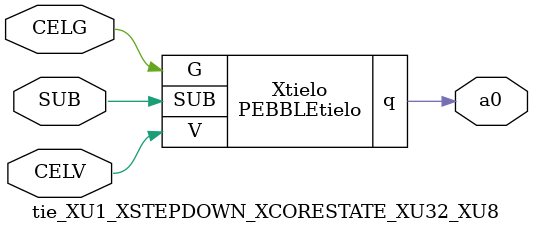
<source format=v>



module PEBBLEtielo ( q, G, SUB, V );

  input V;
  output q;
  input G;
  input SUB;
endmodule

//Celera Confidential Do Not Copy tie_XU1_XSTEPDOWN_XCORESTATE_XU32_XU8
//Celera Confidential Symbol Generator
//TIE
module tie_XU1_XSTEPDOWN_XCORESTATE_XU32_XU8 (CELV,CELG,a0,SUB);
input CELV;
input CELG;
output a0;
input SUB;

//Celera Confidential Do Not Copy tie
PEBBLEtielo Xtielo(
.V (CELV),
.q (a0),
.SUB (SUB),
.G (CELG)
);
//,diesize,PEBBLEtielo

//Celera Confidential Do Not Copy Module End
//Celera Schematic Generator
endmodule

</source>
